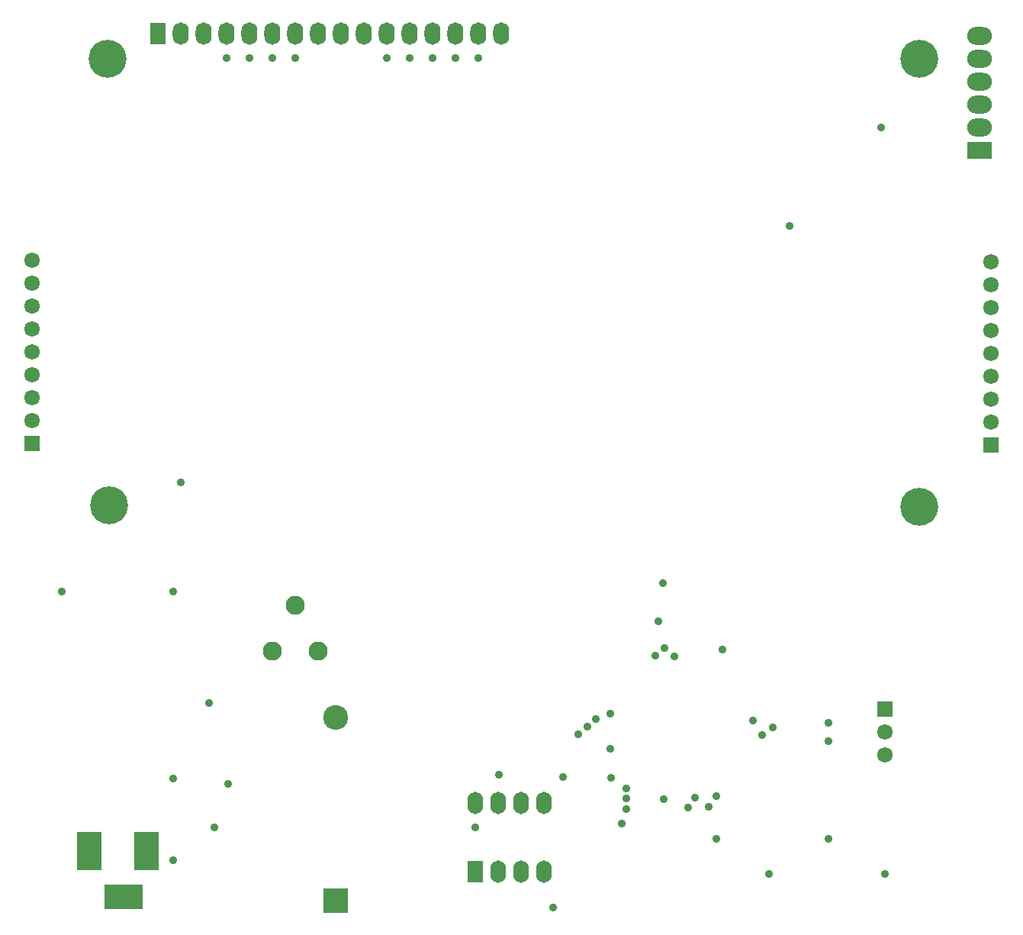
<source format=gbs>
G04*
G04 #@! TF.GenerationSoftware,Altium Limited,Altium Designer,21.0.8 (223)*
G04*
G04 Layer_Color=16711935*
%FSTAX24Y24*%
%MOIN*%
G70*
G04*
G04 #@! TF.SameCoordinates,3F40436D-0E53-4E97-8F6E-D988C466AF24*
G04*
G04*
G04 #@! TF.FilePolarity,Negative*
G04*
G01*
G75*
%ADD40C,0.0678*%
%ADD41R,0.0678X0.0678*%
%ADD42C,0.0830*%
%ADD43C,0.1655*%
%ADD44O,0.0700X0.0980*%
%ADD45R,0.0700X0.0980*%
%ADD46R,0.1080X0.0780*%
%ADD47O,0.1080X0.0780*%
%ADD48R,0.1080X0.1080*%
%ADD49C,0.1080*%
%ADD50R,0.1680X0.1080*%
%ADD51R,0.1080X0.1680*%
%ADD52R,0.0680X0.0980*%
%ADD53O,0.0680X0.0980*%
%ADD54C,0.0356*%
D40*
X0562Y01785D02*
D03*
Y01885D02*
D03*
X01895Y03245D02*
D03*
Y03945D02*
D03*
Y03845D02*
D03*
Y03745D02*
D03*
Y03645D02*
D03*
Y03545D02*
D03*
Y03445D02*
D03*
Y03345D02*
D03*
X06085Y0324D02*
D03*
Y0394D02*
D03*
Y0384D02*
D03*
Y0374D02*
D03*
Y0364D02*
D03*
Y0354D02*
D03*
Y0344D02*
D03*
Y0334D02*
D03*
D41*
X0562Y01985D02*
D03*
X01895Y03145D02*
D03*
X06085Y0314D02*
D03*
D42*
X03145Y0224D02*
D03*
X03045Y0244D02*
D03*
X02945Y0224D02*
D03*
D43*
X02225Y04825D02*
D03*
X0223Y02875D02*
D03*
X0577Y04825D02*
D03*
Y0287D02*
D03*
D44*
X03945Y04935D02*
D03*
X03845D02*
D03*
X03745D02*
D03*
X03645D02*
D03*
X03545D02*
D03*
X03445D02*
D03*
X03345D02*
D03*
X03245D02*
D03*
X03145D02*
D03*
X03045D02*
D03*
X02945D02*
D03*
X02845D02*
D03*
X02745D02*
D03*
X02645D02*
D03*
X02545D02*
D03*
D45*
X02445D02*
D03*
D46*
X06035Y04425D02*
D03*
D47*
Y04525D02*
D03*
Y04625D02*
D03*
Y04725D02*
D03*
Y04825D02*
D03*
Y04925D02*
D03*
D48*
X0322Y0115D02*
D03*
D49*
Y0195D02*
D03*
D50*
X02295Y01165D02*
D03*
D51*
X02145Y01365D02*
D03*
X02395D02*
D03*
D52*
X0383Y01275D02*
D03*
D53*
X0393D02*
D03*
X0403D02*
D03*
X0413D02*
D03*
X0383Y01575D02*
D03*
X0393D02*
D03*
X0403D02*
D03*
X0413D02*
D03*
D54*
X05375Y01845D02*
D03*
Y01925D02*
D03*
X0442Y019655D02*
D03*
X02545Y02975D02*
D03*
X0275Y0166D02*
D03*
X0269Y014699D02*
D03*
X026678Y020122D02*
D03*
X02025Y025D02*
D03*
X0251D02*
D03*
X025106Y016806D02*
D03*
Y01325D02*
D03*
X05205Y04095D02*
D03*
X047Y02215D02*
D03*
X046195Y0222D02*
D03*
X046595Y022505D02*
D03*
X05605Y04525D02*
D03*
X03845Y0483D02*
D03*
X0513Y01905D02*
D03*
X05085Y018715D02*
D03*
X02745Y0483D02*
D03*
X02845D02*
D03*
X02945D02*
D03*
X03045D02*
D03*
X03445D02*
D03*
X03545D02*
D03*
X03645D02*
D03*
X03745D02*
D03*
X0562Y01265D02*
D03*
X05375Y0142D02*
D03*
X046497Y02535D02*
D03*
X0491Y02245D02*
D03*
X0463Y0237D02*
D03*
X0449Y0164D02*
D03*
Y01595D02*
D03*
X04885Y01605D02*
D03*
X043567Y019433D02*
D03*
X042153Y016897D02*
D03*
X0428Y01875D02*
D03*
X0432Y0191D02*
D03*
X046535Y015915D02*
D03*
X0449Y0155D02*
D03*
X0447Y01485D02*
D03*
X04425Y01685D02*
D03*
X0476Y01555D02*
D03*
X050435Y019365D02*
D03*
X04791Y016D02*
D03*
X048508Y015596D02*
D03*
X0442Y018105D02*
D03*
X0383Y0147D02*
D03*
X0417Y0112D02*
D03*
X05115Y01265D02*
D03*
X04885Y0142D02*
D03*
X03935Y017D02*
D03*
M02*

</source>
